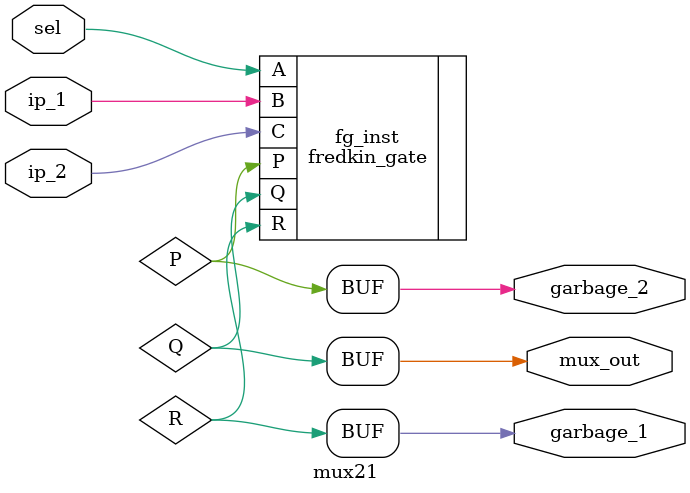
<source format=sv>

module mux21(sel, ip_1, ip_2, mux_out, garbage_1, garbage_2);

    input logic sel;
    input logic ip_1;
    input logic ip_2;
    output logic mux_out;
    // garbage outputs
    output logic garbage_1;
    output logic garbage_2;

    logic P, Q, R;

    fredkin_gate fg_inst(
        .A(sel),
        .B(ip_1),
        .C(ip_2),
        .P(P),
        .Q(Q),
        .R(R)
    );

    assign mux_out = Q;
    assign garbage_1 = R;
    assign garbage_2 = P;

endmodule
</source>
